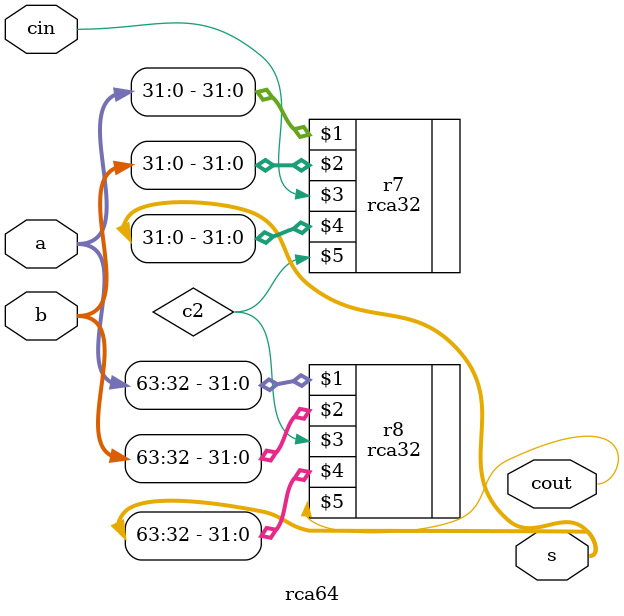
<source format=v>
`timescale 1ns / 1ps

module rca64(a,b,cin,s,cout);
input [63:0]a,b;
input cin;
output [63:0]s;
output cout;
wire c2;
rca32 r7(a[31:0],b[31:0],cin,s[31:0],c2);
rca32 r8(a[63:32],b[63:32],c2,s[63:32],cout);
endmodule

</source>
